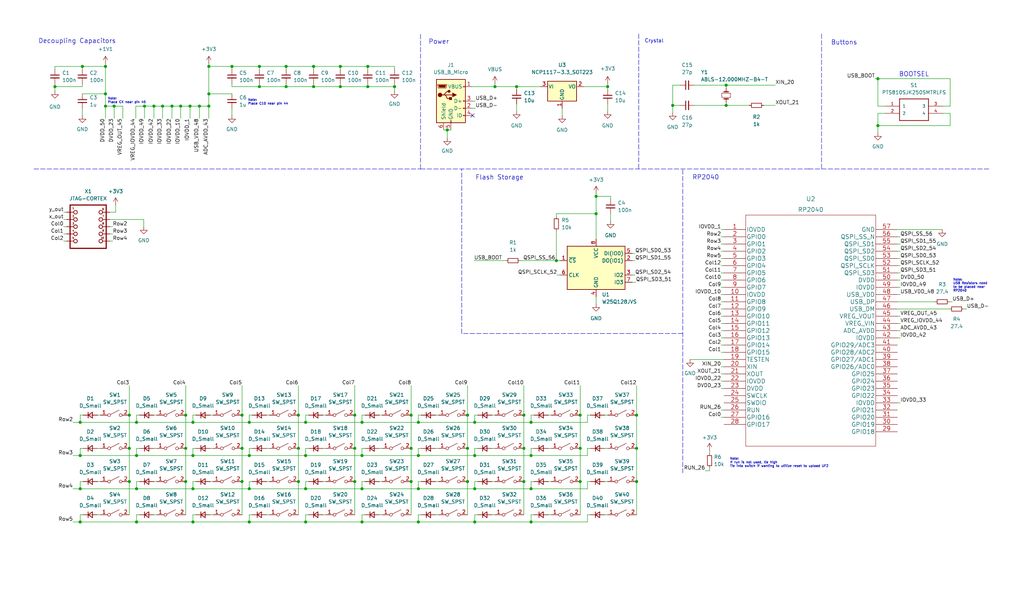
<source format=kicad_sch>
(kicad_sch (version 20211123) (generator eeschema)
  (paper "User" 359.994 210.007)
  (title_block (title "PSU EE 403-Calculator"))
  (junction (at 107.442 148.59))
  (junction (at 157.226 45.72))
  (junction (at 138.684 30.48))
  (junction (at 87.63 183.642))
  (junction (at 236.474 37.084))
  (junction (at 104.902 146.05))
  (junction (at 223.774 146.05))
  (junction (at 186.69 183.642))
  (junction (at 73.406 33.02))
  (junction (at 119.634 30.48))
  (junction (at 85.09 157.734))
  (junction (at 173.99 30.48))
  (junction (at 147.066 171.958))
  (junction (at 87.63 160.274))
  (junction (at 37.084 37.338))
  (junction (at 164.338 146.05))
  (junction (at 195.58 91.694))
  (junction (at 166.878 160.274))
  (junction (at 91.186 23.368))
  (junction (at 60.452 37.338))
  (junction (at 144.526 169.418))
  (junction (at 107.442 160.274))
  (junction (at 107.442 183.642))
  (junction (at 127.254 160.274))
  (junction (at 181.61 30.48))
  (junction (at 127.254 171.958))
  (junction (at 166.878 148.59))
  (junction (at 209.55 75.184))
  (junction (at 308.61 44.196))
  (junction (at 67.818 171.958))
  (junction (at 104.902 169.418))
  (junction (at 104.902 157.734))
  (junction (at 127.254 183.642))
  (junction (at 308.61 27.686))
  (junction (at 28.194 171.958))
  (junction (at 166.878 183.642))
  (junction (at 223.774 169.418))
  (junction (at 19.304 30.48))
  (junction (at 124.714 169.418))
  (junction (at 70.104 37.338))
  (junction (at 124.714 157.734))
  (junction (at 255.27 37.084))
  (junction (at 67.818 148.59))
  (junction (at 28.194 160.274))
  (junction (at 65.278 157.734))
  (junction (at 81.534 23.368))
  (junction (at 147.066 160.274))
  (junction (at 37.084 33.02))
  (junction (at 45.466 146.05))
  (junction (at 100.584 23.368))
  (junction (at 67.818 183.642))
  (junction (at 147.066 148.59))
  (junction (at 28.194 148.59))
  (junction (at 48.006 148.59))
  (junction (at 85.09 169.418))
  (junction (at 45.466 157.734))
  (junction (at 107.442 171.958))
  (junction (at 184.15 146.05))
  (junction (at 73.406 23.368))
  (junction (at 65.278 146.05))
  (junction (at 209.55 69.088))
  (junction (at 203.962 146.05))
  (junction (at 28.956 23.368))
  (junction (at 48.006 171.958))
  (junction (at 166.878 171.958))
  (junction (at 65.278 169.418))
  (junction (at 164.338 169.418))
  (junction (at 129.286 30.48))
  (junction (at 66.802 37.338))
  (junction (at 91.186 30.48))
  (junction (at 28.194 183.642))
  (junction (at 203.962 169.418))
  (junction (at 223.774 157.734))
  (junction (at 144.526 157.734))
  (junction (at 37.084 23.368))
  (junction (at 147.066 183.642))
  (junction (at 213.614 30.48))
  (junction (at 87.63 148.59))
  (junction (at 63.5 37.338))
  (junction (at 45.466 169.418))
  (junction (at 110.236 23.368))
  (junction (at 164.338 157.734))
  (junction (at 87.63 171.958))
  (junction (at 73.406 37.338))
  (junction (at 100.584 30.48))
  (junction (at 184.15 169.418))
  (junction (at 144.526 146.05))
  (junction (at 119.634 23.368))
  (junction (at 40.132 37.338))
  (junction (at 127.254 148.59))
  (junction (at 124.714 146.05))
  (junction (at 186.69 171.958))
  (junction (at 110.236 30.48))
  (junction (at 186.69 148.59))
  (junction (at 255.27 29.972))
  (junction (at 129.286 23.368))
  (junction (at 48.006 160.274))
  (junction (at 48.006 183.642))
  (junction (at 203.962 157.734))
  (junction (at 184.15 157.734))
  (junction (at 57.15 37.338))
  (junction (at 50.8 37.338))
  (junction (at 54.102 37.338))
  (junction (at 85.09 146.05))
  (junction (at 186.69 160.274))
  (junction (at 67.818 160.274))
  (no_connect (at 166.116 40.64))
  (wire (pts (xy 28.194 183.642) (xy 48.006 183.642)))
  (wire (pts (xy 28.956 29.464) (xy 28.956 30.48)))
  (wire (pts (xy 87.63 183.642) (xy 107.442 183.642)))
  (wire (pts (xy 338.836 108.712) (xy 339.852 108.712)))
  (wire (pts (xy 81.534 33.02) (xy 73.406 33.02)))
  (wire (pts (xy 147.066 171.958) (xy 166.878 171.958)))
  (wire (pts (xy 223.774 157.734) (xy 223.774 169.418)))
  (wire (pts (xy 93.726 146.05) (xy 94.742 146.05)))
  (wire (pts (xy 128.27 146.05) (xy 127.254 146.05)))
  (wire (pts (xy 40.132 37.338) (xy 37.084 37.338)))
  (wire (pts (xy 73.914 157.734) (xy 74.93 157.734)))
  (wire (pts (xy 253.492 129.032) (xy 254.508 129.032)))
  (wire (pts (xy 307.594 27.686) (xy 308.61 27.686)))
  (wire (pts (xy 308.61 37.338) (xy 311.15 37.338)))
  (wire (pts (xy 63.5 37.338) (xy 63.5 41.656)))
  (wire (pts (xy 184.15 169.418) (xy 184.15 181.102)))
  (wire (pts (xy 203.962 181.102) (xy 203.962 169.418)))
  (wire (pts (xy 91.186 30.48) (xy 100.584 30.48)))
  (wire (pts (xy 315.468 141.732) (xy 316.484 141.732)))
  (wire (pts (xy 148.082 169.418) (xy 147.066 169.418)))
  (wire (pts (xy 124.714 146.05) (xy 124.714 157.734)))
  (wire (pts (xy 128.27 169.418) (xy 127.254 169.418)))
  (wire (pts (xy 197.612 38.1) (xy 197.612 40.64)))
  (wire (pts (xy 128.27 157.734) (xy 127.254 157.734)))
  (wire (pts (xy 223.774 169.418) (xy 223.774 181.102)))
  (wire (pts (xy 54.102 157.734) (xy 55.118 157.734)))
  (wire (pts (xy 315.468 106.172) (xy 328.676 106.172)))
  (wire (pts (xy 209.55 69.088) (xy 214.63 69.088)))
  (wire (pts (xy 138.684 30.48) (xy 138.684 32.004)))
  (wire (pts (xy 186.69 169.418) (xy 186.69 171.958)))
  (wire (pts (xy 223.774 146.05) (xy 223.774 157.734)))
  (polyline (pts (xy 162.306 117.348) (xy 162.306 59.436)))
  (wire (pts (xy 195.58 81.28) (xy 195.58 91.694)))
  (wire (pts (xy 242.57 126.492) (xy 254.508 126.492)))
  (wire (pts (xy 308.61 27.686) (xy 308.61 37.338)))
  (wire (pts (xy 65.278 157.734) (xy 65.278 146.05)))
  (wire (pts (xy 73.406 23.368) (xy 73.406 33.02)))
  (wire (pts (xy 100.584 23.368) (xy 100.584 24.384)))
  (wire (pts (xy 253.492 90.932) (xy 254.508 90.932)))
  (wire (pts (xy 70.104 37.338) (xy 70.104 41.656)))
  (wire (pts (xy 66.802 37.338) (xy 63.5 37.338)))
  (wire (pts (xy 107.442 181.102) (xy 107.442 183.642)))
  (wire (pts (xy 172.974 146.05) (xy 173.99 146.05)))
  (wire (pts (xy 315.468 85.852) (xy 316.484 85.852)))
  (wire (pts (xy 203.962 157.734) (xy 203.962 146.05)))
  (wire (pts (xy 166.116 38.1) (xy 167.132 38.1)))
  (wire (pts (xy 153.162 146.05) (xy 154.178 146.05)))
  (wire (pts (xy 212.598 169.418) (xy 213.614 169.418)))
  (wire (pts (xy 166.878 171.958) (xy 186.69 171.958)))
  (wire (pts (xy 22.352 77.216) (xy 23.368 77.216)))
  (wire (pts (xy 113.538 146.05) (xy 114.554 146.05)))
  (wire (pts (xy 166.878 160.274) (xy 186.69 160.274)))
  (wire (pts (xy 315.468 103.632) (xy 316.484 103.632)))
  (wire (pts (xy 40.132 37.338) (xy 40.132 41.656)))
  (wire (pts (xy 147.066 181.102) (xy 147.066 183.642)))
  (wire (pts (xy 206.502 157.734) (xy 206.502 160.274)))
  (wire (pts (xy 81.534 30.48) (xy 91.186 30.48)))
  (wire (pts (xy 67.818 146.05) (xy 67.818 148.59)))
  (wire (pts (xy 236.474 37.084) (xy 236.474 39.624)))
  (wire (pts (xy 48.006 169.418) (xy 48.006 171.958)))
  (wire (pts (xy 148.082 181.102) (xy 147.066 181.102)))
  (polyline (pts (xy 224.536 11.938) (xy 224.536 59.436)))
  (wire (pts (xy 28.194 146.05) (xy 28.194 148.59)))
  (wire (pts (xy 29.21 181.102) (xy 28.194 181.102)))
  (wire (pts (xy 48.006 160.274) (xy 67.818 160.274)))
  (wire (pts (xy 244.094 37.084) (xy 255.27 37.084)))
  (wire (pts (xy 203.962 169.418) (xy 203.962 157.734)))
  (wire (pts (xy 253.492 146.812) (xy 254.508 146.812)))
  (wire (pts (xy 315.468 101.092) (xy 316.484 101.092)))
  (wire (pts (xy 253.492 101.092) (xy 254.508 101.092)))
  (wire (pts (xy 253.492 113.792) (xy 254.508 113.792)))
  (wire (pts (xy 236.474 29.972) (xy 236.474 37.084)))
  (wire (pts (xy 334.01 37.338) (xy 334.01 27.686)))
  (wire (pts (xy 54.102 37.338) (xy 50.8 37.338)))
  (wire (pts (xy 127.254 160.274) (xy 147.066 160.274)))
  (wire (pts (xy 333.756 106.172) (xy 334.772 106.172)))
  (wire (pts (xy 73.914 169.418) (xy 74.93 169.418)))
  (wire (pts (xy 147.066 160.274) (xy 166.878 160.274)))
  (wire (pts (xy 209.55 104.394) (xy 209.55 106.934)))
  (wire (pts (xy 315.468 111.252) (xy 316.484 111.252)))
  (wire (pts (xy 127.254 169.418) (xy 127.254 171.958)))
  (wire (pts (xy 67.818 171.958) (xy 87.63 171.958)))
  (wire (pts (xy 222.25 91.694) (xy 223.266 91.694)))
  (wire (pts (xy 181.61 30.48) (xy 189.992 30.48)))
  (wire (pts (xy 192.786 169.418) (xy 193.802 169.418)))
  (wire (pts (xy 186.69 146.05) (xy 186.69 148.59)))
  (wire (pts (xy 37.084 22.352) (xy 37.084 23.368)))
  (wire (pts (xy 182.88 91.694) (xy 195.58 91.694)))
  (wire (pts (xy 186.69 148.59) (xy 206.502 148.59)))
  (wire (pts (xy 255.27 29.972) (xy 272.542 29.972)))
  (wire (pts (xy 49.022 157.734) (xy 48.006 157.734)))
  (wire (pts (xy 93.726 169.418) (xy 94.742 169.418)))
  (polyline (pts (xy 240.03 59.69) (xy 240.03 166.37)))
  (wire (pts (xy 22.352 74.676) (xy 23.368 74.676)))
  (wire (pts (xy 67.818 183.642) (xy 87.63 183.642)))
  (wire (pts (xy 85.09 157.734) (xy 85.09 169.418)))
  (wire (pts (xy 43.18 37.338) (xy 40.132 37.338)))
  (wire (pts (xy 29.21 169.418) (xy 28.194 169.418)))
  (wire (pts (xy 212.598 157.734) (xy 213.614 157.734)))
  (wire (pts (xy 73.406 37.338) (xy 70.104 37.338)))
  (wire (pts (xy 147.066 146.05) (xy 147.066 148.59)))
  (wire (pts (xy 164.338 135.636) (xy 164.338 146.05)))
  (wire (pts (xy 184.15 135.636) (xy 184.15 146.05)))
  (wire (pts (xy 334.01 39.878) (xy 334.01 44.196)))
  (wire (pts (xy 28.194 171.958) (xy 48.006 171.958)))
  (wire (pts (xy 104.902 146.05) (xy 104.902 157.734)))
  (wire (pts (xy 167.894 146.05) (xy 166.878 146.05)))
  (wire (pts (xy 37.084 37.338) (xy 37.084 41.656)))
  (wire (pts (xy 255.27 37.084) (xy 263.398 37.084)))
  (wire (pts (xy 144.526 146.05) (xy 144.526 135.636)))
  (wire (pts (xy 138.684 23.368) (xy 138.684 24.384)))
  (wire (pts (xy 166.878 148.59) (xy 186.69 148.59)))
  (wire (pts (xy 207.518 157.734) (xy 206.502 157.734)))
  (wire (pts (xy 28.956 23.368) (xy 37.084 23.368)))
  (wire (pts (xy 28.956 33.02) (xy 37.084 33.02)))
  (wire (pts (xy 331.47 37.338) (xy 334.01 37.338)))
  (wire (pts (xy 107.442 146.05) (xy 107.442 148.59)))
  (wire (pts (xy 22.352 84.836) (xy 23.368 84.836)))
  (wire (pts (xy 65.278 181.102) (xy 65.278 169.418)))
  (wire (pts (xy 22.352 82.296) (xy 23.368 82.296)))
  (wire (pts (xy 93.726 157.734) (xy 94.742 157.734)))
  (wire (pts (xy 147.066 169.418) (xy 147.066 171.958)))
  (wire (pts (xy 167.894 169.418) (xy 166.878 169.418)))
  (wire (pts (xy 38.608 79.756) (xy 39.624 79.756)))
  (wire (pts (xy 67.818 181.102) (xy 67.818 183.642)))
  (wire (pts (xy 48.006 146.05) (xy 48.006 148.59)))
  (wire (pts (xy 104.902 135.636) (xy 104.902 146.05)))
  (wire (pts (xy 73.406 33.02) (xy 73.406 37.338)))
  (wire (pts (xy 81.534 23.368) (xy 91.186 23.368)))
  (wire (pts (xy 331.47 39.878) (xy 334.01 39.878)))
  (wire (pts (xy 87.63 157.734) (xy 87.63 160.274)))
  (wire (pts (xy 315.468 96.012) (xy 316.484 96.012)))
  (wire (pts (xy 187.706 181.102) (xy 186.69 181.102)))
  (wire (pts (xy 45.466 157.734) (xy 45.466 169.418)))
  (wire (pts (xy 108.458 181.102) (xy 107.442 181.102)))
  (wire (pts (xy 107.442 183.642) (xy 127.254 183.642)))
  (wire (pts (xy 54.102 181.102) (xy 55.118 181.102)))
  (wire (pts (xy 173.99 30.48) (xy 181.61 30.48)))
  (wire (pts (xy 127.254 171.958) (xy 147.066 171.958)))
  (wire (pts (xy 107.442 171.958) (xy 127.254 171.958)))
  (wire (pts (xy 166.878 146.05) (xy 166.878 148.59)))
  (wire (pts (xy 315.468 118.872) (xy 316.484 118.872)))
  (wire (pts (xy 57.15 37.338) (xy 54.102 37.338)))
  (wire (pts (xy 28.194 181.102) (xy 28.194 183.642)))
  (wire (pts (xy 19.304 23.368) (xy 28.956 23.368)))
  (wire (pts (xy 315.468 80.772) (xy 331.216 80.772)))
  (wire (pts (xy 253.492 131.572) (xy 254.508 131.572)))
  (wire (pts (xy 49.022 169.418) (xy 48.006 169.418)))
  (wire (pts (xy 166.624 91.694) (xy 177.8 91.694)))
  (wire (pts (xy 253.492 80.772) (xy 254.508 80.772)))
  (wire (pts (xy 253.492 83.312) (xy 254.508 83.312)))
  (wire (pts (xy 119.634 23.368) (xy 119.634 24.384)))
  (wire (pts (xy 213.614 30.48) (xy 213.614 31.496)))
  (wire (pts (xy 212.598 181.102) (xy 213.614 181.102)))
  (wire (pts (xy 88.646 157.734) (xy 87.63 157.734)))
  (wire (pts (xy 334.01 44.196) (xy 308.61 44.196)))
  (wire (pts (xy 253.492 121.412) (xy 254.508 121.412)))
  (wire (pts (xy 73.406 37.338) (xy 73.406 41.656)))
  (wire (pts (xy 25.654 160.274) (xy 28.194 160.274)))
  (polyline (pts (xy 147.828 59.436) (xy 284.988 59.436)))
  (polyline (pts (xy 240.03 117.348) (xy 162.306 117.348)))
  (wire (pts (xy 239.014 29.972) (xy 236.474 29.972)))
  (wire (pts (xy 70.104 37.338) (xy 66.802 37.338)))
  (polyline (pts (xy 147.828 59.436) (xy 147.828 11.938)))
  (wire (pts (xy 144.526 157.734) (xy 144.526 146.05)))
  (wire (pts (xy 45.466 135.636) (xy 45.466 146.05)))
  (wire (pts (xy 209.55 75.184) (xy 209.55 84.074)))
  (wire (pts (xy 48.006 157.734) (xy 48.006 160.274)))
  (wire (pts (xy 186.69 160.274) (xy 206.502 160.274)))
  (wire (pts (xy 213.614 36.576) (xy 213.614 39.116)))
  (wire (pts (xy 68.834 157.734) (xy 67.818 157.734)))
  (wire (pts (xy 110.236 23.368) (xy 110.236 24.384)))
  (wire (pts (xy 25.654 171.958) (xy 28.194 171.958)))
  (wire (pts (xy 127.254 183.642) (xy 147.066 183.642)))
  (wire (pts (xy 104.902 169.418) (xy 104.902 181.102)))
  (wire (pts (xy 45.466 169.418) (xy 45.466 181.102)))
  (wire (pts (xy 100.584 23.368) (xy 110.236 23.368)))
  (wire (pts (xy 81.534 29.464) (xy 81.534 30.48)))
  (wire (pts (xy 133.35 181.102) (xy 134.366 181.102)))
  (wire (pts (xy 315.468 113.792) (xy 316.484 113.792)))
  (wire (pts (xy 195.834 96.774) (xy 196.85 96.774)))
  (wire (pts (xy 236.474 37.084) (xy 239.014 37.084)))
  (wire (pts (xy 315.468 90.932) (xy 316.484 90.932)))
  (wire (pts (xy 129.286 30.48) (xy 138.684 30.48)))
  (wire (pts (xy 129.286 29.464) (xy 129.286 30.48)))
  (wire (pts (xy 73.406 22.352) (xy 73.406 23.368)))
  (wire (pts (xy 148.082 157.734) (xy 147.066 157.734)))
  (wire (pts (xy 133.35 146.05) (xy 134.366 146.05)))
  (wire (pts (xy 110.236 29.464) (xy 110.236 30.48)))
  (wire (pts (xy 253.492 134.112) (xy 254.508 134.112)))
  (wire (pts (xy 222.25 99.314) (xy 223.52 99.314)))
  (wire (pts (xy 63.5 37.338) (xy 60.452 37.338)))
  (wire (pts (xy 308.61 44.196) (xy 308.61 46.736)))
  (wire (pts (xy 186.69 181.102) (xy 186.69 183.642)))
  (wire (pts (xy 48.006 183.642) (xy 67.818 183.642)))
  (wire (pts (xy 144.526 169.418) (xy 144.526 157.734)))
  (wire (pts (xy 25.654 148.59) (xy 28.194 148.59)))
  (wire (pts (xy 164.338 146.05) (xy 164.338 157.734)))
  (wire (pts (xy 67.818 160.274) (xy 87.63 160.274)))
  (wire (pts (xy 65.278 169.418) (xy 65.278 157.734)))
  (wire (pts (xy 108.458 146.05) (xy 107.442 146.05)))
  (wire (pts (xy 192.786 146.05) (xy 193.802 146.05)))
  (wire (pts (xy 60.452 37.338) (xy 60.452 41.656)))
  (wire (pts (xy 108.458 157.734) (xy 107.442 157.734)))
  (wire (pts (xy 253.492 85.852) (xy 254.508 85.852)))
  (wire (pts (xy 253.492 98.552) (xy 254.508 98.552)))
  (wire (pts (xy 57.15 37.338) (xy 57.15 41.656)))
  (wire (pts (xy 206.502 169.418) (xy 206.502 171.958)))
  (wire (pts (xy 166.116 35.56) (xy 167.132 35.56)))
  (wire (pts (xy 181.61 36.576) (xy 181.61 39.116)))
  (wire (pts (xy 87.63 160.274) (xy 107.442 160.274)))
  (wire (pts (xy 49.022 181.102) (xy 48.006 181.102)))
  (wire (pts (xy 253.492 108.712) (xy 254.508 108.712)))
  (wire (pts (xy 87.63 146.05) (xy 87.63 148.59)))
  (wire (pts (xy 192.786 157.734) (xy 193.802 157.734)))
  (wire (pts (xy 133.35 157.734) (xy 134.366 157.734)))
  (wire (pts (xy 29.21 146.05) (xy 28.194 146.05)))
  (wire (pts (xy 164.338 169.418) (xy 164.338 181.102)))
  (wire (pts (xy 255.27 29.972) (xy 255.27 30.988)))
  (wire (pts (xy 186.69 171.958) (xy 206.502 171.958)))
  (wire (pts (xy 147.066 183.642) (xy 166.878 183.642)))
  (wire (pts (xy 214.63 69.088) (xy 214.63 70.104)))
  (wire (pts (xy 255.27 36.068) (xy 255.27 37.084)))
  (wire (pts (xy 315.468 83.312) (xy 316.484 83.312)))
  (wire (pts (xy 128.27 181.102) (xy 127.254 181.102)))
  (wire (pts (xy 34.29 157.734) (xy 35.306 157.734)))
  (wire (pts (xy 166.878 157.734) (xy 166.878 160.274)))
  (wire (pts (xy 49.022 146.05) (xy 48.006 146.05)))
  (wire (pts (xy 34.29 146.05) (xy 35.306 146.05)))
  (wire (pts (xy 66.802 37.338) (xy 66.802 41.656)))
  (wire (pts (xy 22.352 79.756) (xy 23.368 79.756)))
  (wire (pts (xy 19.304 23.368) (xy 19.304 24.384)))
  (wire (pts (xy 45.466 146.05) (xy 45.466 157.734)))
  (wire (pts (xy 213.614 29.464) (xy 213.614 30.48)))
  (wire (pts (xy 38.608 74.676) (xy 40.64 74.676)))
  (wire (pts (xy 253.492 88.392) (xy 254.508 88.392)))
  (wire (pts (xy 222.25 96.774) (xy 223.266 96.774)))
  (wire (pts (xy 127.254 181.102) (xy 127.254 183.642)))
  (wire (pts (xy 203.962 146.05) (xy 203.962 135.636)))
  (wire (pts (xy 119.634 23.368) (xy 129.286 23.368)))
  (wire (pts (xy 207.518 146.05) (xy 206.502 146.05)))
  (wire (pts (xy 87.63 148.59) (xy 107.442 148.59)))
  (wire (pts (xy 184.15 146.05) (xy 184.15 157.734)))
  (wire (pts (xy 207.518 169.418) (xy 206.502 169.418)))
  (wire (pts (xy 81.534 38.1) (xy 81.534 40.64)))
  (wire (pts (xy 85.09 169.418) (xy 85.09 181.102)))
  (wire (pts (xy 108.458 169.418) (xy 107.442 169.418)))
  (wire (pts (xy 124.714 135.636) (xy 124.714 146.05)))
  (wire (pts (xy 87.63 169.418) (xy 87.63 171.958)))
  (wire (pts (xy 249.428 158.496) (xy 249.428 159.512)))
  (wire (pts (xy 119.634 30.48) (xy 129.286 30.48)))
  (wire (pts (xy 209.55 69.088) (xy 209.55 75.184)))
  (wire (pts (xy 47.752 37.338) (xy 47.752 41.656)))
  (wire (pts (xy 334.01 27.686) (xy 308.61 27.686)))
  (wire (pts (xy 153.162 157.734) (xy 154.178 157.734)))
  (wire (pts (xy 129.286 23.368) (xy 138.684 23.368)))
  (wire (pts (xy 73.914 146.05) (xy 74.93 146.05)))
  (wire (pts (xy 253.492 103.632) (xy 254.508 103.632)))
  (wire (pts (xy 315.468 93.472) (xy 316.484 93.472)))
  (wire (pts (xy 50.8 37.338) (xy 47.752 37.338)))
  (wire (pts (xy 173.99 29.464) (xy 173.99 30.48)))
  (wire (pts (xy 28.194 148.59) (xy 48.006 148.59)))
  (wire (pts (xy 315.468 88.392) (xy 316.484 88.392)))
  (wire (pts (xy 166.116 30.48) (xy 173.99 30.48)))
  (wire (pts (xy 38.608 84.836) (xy 39.624 84.836)))
  (wire (pts (xy 253.492 106.172) (xy 254.508 106.172)))
  (wire (pts (xy 48.006 171.958) (xy 67.818 171.958)))
  (wire (pts (xy 158.496 45.72) (xy 157.226 45.72)))
  (wire (pts (xy 104.902 157.734) (xy 104.902 169.418)))
  (wire (pts (xy 153.162 169.418) (xy 154.178 169.418)))
  (wire (pts (xy 73.914 181.102) (xy 74.93 181.102)))
  (wire (pts (xy 133.35 169.418) (xy 134.366 169.418)))
  (wire (pts (xy 153.162 181.102) (xy 154.178 181.102)))
  (wire (pts (xy 34.29 169.418) (xy 35.306 169.418)))
  (wire (pts (xy 186.69 157.734) (xy 186.69 160.274)))
  (wire (pts (xy 147.066 148.59) (xy 166.878 148.59)))
  (wire (pts (xy 73.406 23.368) (xy 81.534 23.368)))
  (wire (pts (xy 100.584 29.464) (xy 100.584 30.48)))
  (wire (pts (xy 68.834 181.102) (xy 67.818 181.102)))
  (wire (pts (xy 167.894 157.734) (xy 166.878 157.734)))
  (wire (pts (xy 147.066 157.734) (xy 147.066 160.274)))
  (wire (pts (xy 91.186 23.368) (xy 100.584 23.368)))
  (wire (pts (xy 187.706 169.418) (xy 186.69 169.418)))
  (wire (pts (xy 124.714 157.734) (xy 124.714 169.418)))
  (wire (pts (xy 206.502 146.05) (xy 206.502 148.59)))
  (wire (pts (xy 253.492 116.332) (xy 254.508 116.332)))
  (wire (pts (xy 155.956 45.72) (xy 157.226 45.72)))
  (wire (pts (xy 110.236 23.368) (xy 119.634 23.368)))
  (wire (pts (xy 172.974 157.734) (xy 173.99 157.734)))
  (wire (pts (xy 244.094 29.972) (xy 255.27 29.972)))
  (wire (pts (xy 315.468 98.552) (xy 316.484 98.552)))
  (wire (pts (xy 38.608 77.216) (xy 50.546 77.216)))
  (wire (pts (xy 315.468 108.712) (xy 333.756 108.712)))
  (wire (pts (xy 28.956 23.368) (xy 28.956 24.384)))
  (wire (pts (xy 113.538 169.418) (xy 114.554 169.418)))
  (wire (pts (xy 54.102 169.418) (xy 55.118 169.418)))
  (wire (pts (xy 253.492 144.272) (xy 254.508 144.272)))
  (wire (pts (xy 28.956 38.1) (xy 28.956 40.64)))
  (polyline (pts (xy 11.938 59.436) (xy 147.828 59.436)))
  (wire (pts (xy 37.084 23.368) (xy 37.084 33.02)))
  (wire (pts (xy 157.226 45.72) (xy 157.226 48.514)))
  (wire (pts (xy 209.55 68.072) (xy 209.55 69.088)))
  (wire (pts (xy 67.818 148.59) (xy 87.63 148.59)))
  (wire (pts (xy 127.254 146.05) (xy 127.254 148.59)))
  (wire (pts (xy 166.878 183.642) (xy 186.69 183.642)))
  (wire (pts (xy 85.09 135.636) (xy 85.09 146.05)))
  (wire (pts (xy 113.538 181.102) (xy 114.554 181.102)))
  (wire (pts (xy 88.646 169.418) (xy 87.63 169.418)))
  (wire (pts (xy 207.518 181.102) (xy 206.502 181.102)))
  (wire (pts (xy 28.194 160.274) (xy 48.006 160.274)))
  (wire (pts (xy 25.654 183.642) (xy 28.194 183.642)))
  (wire (pts (xy 164.338 157.734) (xy 164.338 169.418)))
  (wire (pts (xy 223.774 135.636) (xy 223.774 146.05)))
  (wire (pts (xy 268.478 37.084) (xy 272.542 37.084)))
  (wire (pts (xy 181.61 30.48) (xy 181.61 31.496)))
  (wire (pts (xy 91.186 23.368) (xy 91.186 24.384)))
  (wire (pts (xy 43.18 41.656) (xy 43.18 37.338)))
  (wire (pts (xy 166.878 169.418) (xy 166.878 171.958)))
  (wire (pts (xy 107.442 160.274) (xy 127.254 160.274)))
  (wire (pts (xy 214.63 75.184) (xy 214.63 77.724)))
  (wire (pts (xy 222.25 89.154) (xy 223.266 89.154)))
  (wire (pts (xy 249.428 164.592) (xy 249.428 165.608)))
  (wire (pts (xy 148.082 146.05) (xy 147.066 146.05)))
  (wire (pts (xy 172.974 169.418) (xy 173.99 169.418)))
  (wire (pts (xy 129.286 23.368) (xy 129.286 24.384)))
  (wire (pts (xy 315.468 116.332) (xy 316.484 116.332)))
  (wire (pts (xy 187.706 157.734) (xy 186.69 157.734)))
  (wire (pts (xy 48.006 148.59) (xy 67.818 148.59)))
  (wire (pts (xy 28.194 169.418) (xy 28.194 171.958)))
  (wire (pts (xy 247.904 165.608) (xy 249.428 165.608)))
  (wire (pts (xy 107.442 148.59) (xy 127.254 148.59)))
  (wire (pts (xy 172.974 181.102) (xy 173.99 181.102)))
  (wire (pts (xy 19.304 29.464) (xy 19.304 30.48)))
  (wire (pts (xy 81.534 23.368) (xy 81.534 24.384)))
  (wire (pts (xy 187.706 146.05) (xy 186.69 146.05)))
  (polyline (pts (xy 288.798 11.938) (xy 288.798 59.436)))
  (wire (pts (xy 38.608 82.296) (xy 39.624 82.296)))
  (wire (pts (xy 100.584 30.48) (xy 110.236 30.48)))
  (wire (pts (xy 67.818 169.418) (xy 67.818 171.958)))
  (wire (pts (xy 29.21 157.734) (xy 28.194 157.734)))
  (wire (pts (xy 28.956 30.48) (xy 19.304 30.48)))
  (wire (pts (xy 195.58 76.2) (xy 195.58 75.184)))
  (wire (pts (xy 37.084 33.02) (xy 37.084 37.338)))
  (wire (pts (xy 107.442 169.418) (xy 107.442 171.958)))
  (wire (pts (xy 87.63 181.102) (xy 87.63 183.642)))
  (wire (pts (xy 65.278 146.05) (xy 65.278 135.636)))
  (wire (pts (xy 253.492 136.652) (xy 254.508 136.652)))
  (wire (pts (xy 127.254 157.734) (xy 127.254 160.274)))
  (wire (pts (xy 253.492 111.252) (xy 254.508 111.252)))
  (wire (pts (xy 308.61 39.878) (xy 308.61 44.196)))
  (wire (pts (xy 212.598 146.05) (xy 213.614 146.05)))
  (wire (pts (xy 93.726 181.102) (xy 94.742 181.102)))
  (wire (pts (xy 50.8 37.338) (xy 50.8 41.656)))
  (wire (pts (xy 28.194 157.734) (xy 28.194 160.274)))
  (wire (pts (xy 253.492 123.952) (xy 254.508 123.952)))
  (wire (pts (xy 68.834 146.05) (xy 67.818 146.05)))
  (wire (pts (xy 50.546 77.216) (xy 50.546 79.756)))
  (wire (pts (xy 54.102 146.05) (xy 55.118 146.05)))
  (wire (pts (xy 308.61 39.878) (xy 311.15 39.878)))
  (wire (pts (xy 48.006 181.102) (xy 48.006 183.642)))
  (wire (pts (xy 253.492 118.872) (xy 254.508 118.872)))
  (wire (pts (xy 91.186 29.464) (xy 91.186 30.48)))
  (wire (pts (xy 186.69 183.642) (xy 206.502 183.642)))
  (wire (pts (xy 40.64 72.136) (xy 40.64 74.676)))
  (wire (pts (xy 119.634 29.464) (xy 119.634 30.48)))
  (wire (pts (xy 206.502 181.102) (xy 206.502 183.642)))
  (wire (pts (xy 34.29 181.102) (xy 35.306 181.102)))
  (wire (pts (xy 67.818 157.734) (xy 67.818 160.274)))
  (wire (pts (xy 138.684 30.48) (xy 138.684 29.464)))
  (wire (pts (xy 253.492 96.012) (xy 254.508 96.012)))
  (wire (pts (xy 87.63 171.958) (xy 107.442 171.958)))
  (wire (pts (xy 88.646 181.102) (xy 87.63 181.102)))
  (wire (pts (xy 166.878 181.102) (xy 166.878 183.642)))
  (wire (pts (xy 88.646 146.05) (xy 87.63 146.05)))
  (wire (pts (xy 253.492 93.472) (xy 254.508 93.472)))
  (wire (pts (xy 85.09 146.05) (xy 85.09 157.734)))
  (wire (pts (xy 144.526 181.102) (xy 144.526 169.418)))
  (wire (pts (xy 195.58 75.184) (xy 209.55 75.184)))
  (polyline (pts (xy 284.226 59.436) (xy 347.98 59.436)))
  (wire (pts (xy 54.102 37.338) (xy 54.102 41.656)))
  (wire (pts (xy 110.236 30.48) (xy 119.634 30.48)))
  (wire (pts (xy 205.232 30.48) (xy 213.614 30.48)))
  (wire (pts (xy 127.254 148.59) (xy 147.066 148.59)))
  (wire (pts (xy 184.15 157.734) (xy 184.15 169.418)))
  (wire (pts (xy 19.304 30.48) (xy 19.304 32.004)))
  (wire (pts (xy 167.894 181.102) (xy 166.878 181.102)))
  (wire (pts (xy 68.834 169.418) (xy 67.818 169.418)))
  (wire (pts (xy 124.714 169.418) (xy 124.714 181.102)))
  (wire (pts (xy 195.58 91.694) (xy 196.85 91.694)))
  (wire (pts (xy 192.786 181.102) (xy 193.802 181.102)))
  (wire (pts (xy 60.452 37.338) (xy 57.15 37.338)))
  (wire (pts (xy 107.442 157.734) (xy 107.442 160.274)))
  (wire (pts (xy 113.538 157.734) (xy 114.554 157.734)))
  (text "Note:\nIf run is not used, tie high\nTie into switch if wanting to utilize reset to upload UF2\n" (at 256.54 164.592 0) (effects (font (size 0.8 0.8)) (justify left bottom)))
  (text "Crystal\n" (at 226.568 15.24 0) (effects (font (size 1.27 1.27)) (justify left bottom)))
  (text "Note:\nPlace C10 near pin 44" (at 87.122 37.084 0) (effects (font (size 0.8 0.8)) (justify left bottom)))
  (text "Note:\nPlace CX near pin 45" (at 37.846 36.576 0) (effects (font (size 0.8 0.8)) (justify left bottom)))
  (text "BOOTSEL" (at 315.976 27.178 0) (effects (font (size 1.6 1.6)) (justify left bottom)))
  (text "Buttons" (at 292.1 16.002 0) (effects (font (size 1.6 1.6)) (justify left bottom)))
  (text "Decoupling Capacitors\n" (at 13.462 15.494 0) (effects (font (size 1.6 1.6)) (justify left bottom)))
  (text "Power\n" (at 150.622 15.748 0) (effects (font (size 1.6 1.6)) (justify left bottom)))
  (text "Button List:\nFull QWERTY Keys (FINISHED)\nNUM Pad Keys    \nAddition\nSubtraction\nDivide \nMultiplication\nEquals\n\n" (at -70.612 24.13 0) (effects (font (size 2.6 2.6)) (justify left bottom)))
  (text "Flash Storage\n" (at 167.132 63.5 0) (effects (font (size 1.6 1.6)) (justify left bottom)))
  (text "Note:\nUSB Resistors need \nto be placed near \nRP2040\n" (at 335.026 102.87 0) (effects (font (size 0.8 0.8)) (justify left bottom)))
  (text "RP2040\n\n" (at 243.332 66.04 0) (effects (font (size 1.6 1.6)) (justify left bottom)))
  (label "IOVDD_49" (at 316.484 101.092 0))
  (label "Col3" (at 45.466 135.636 180))
  (label "y_out" (at 22.352 74.676 180))
  (label "Row4" (at 25.654 171.958 180))
  (label "IOVDD_42" (at 54.102 41.656 270))
  (label "QSPI_SS_56" (at 183.896 91.694 0))
  (label "Col9" (at 253.492 101.092 180))
  (label "Col12" (at 253.492 93.472 180))
  (label "Row4" (at 253.492 88.392 180))
  (label "Row5" (at 253.492 90.932 180))
  (label "Col10" (at 184.15 135.636 180))
  (label "Row2" (at 25.654 148.59 180))
  (label "IOVDD_22" (at 253.492 134.112 180))
  (label "Col4" (at 65.278 135.636 180))
  (label "QSPI_SS_56" (at 316.484 83.312 0))
  (label "Col6" (at 104.902 135.636 180))
  (label "USB_D+" (at 167.132 35.56 0))
  (label "Col8" (at 144.526 135.636 180))
  (label "QSPI_SD0_53" (at 223.266 89.154 0))
  (label "QSPI_SD2_54" (at 223.266 96.774 0))
  (label "RUN_26" (at 253.492 144.272 180))
  (label "Row3" (at 253.492 85.852 180))
  (label "QSPI_SD1_55" (at 223.266 91.694 0))
  (label "USB_D+" (at 334.772 106.172 0))
  (label "Col7" (at 124.714 135.636 180))
  (label "IOVDD_49" (at 50.8 41.656 270))
  (label "Col4" (at 253.492 116.332 180))
  (label "USB_D-" (at 167.132 38.1 0))
  (label "Col2" (at 22.352 84.836 180))
  (label "USB_BOOT" (at 166.624 91.694 0))
  (label "Col1" (at 253.492 123.952 180))
  (label "IOVDD_1" (at 253.492 80.772 180))
  (label "RUN_26" (at 247.904 165.608 180))
  (label "Col7" (at 253.492 108.712 180))
  (label "IOVDD_42" (at 316.484 118.872 0))
  (label "QSPI_SCLK_52" (at 316.484 93.472 0))
  (label "x_out" (at 22.352 77.216 180))
  (label "Col0" (at 253.492 146.812 180))
  (label "USB_BOOT" (at 307.594 27.686 180))
  (label "Col9" (at 164.338 135.636 180))
  (label "Col8" (at 253.492 106.172 180))
  (label "VREG_IOVDD_44" (at 316.484 113.792 0))
  (label "Col11" (at 203.962 135.636 180))
  (label "XIN_20" (at 272.542 29.972 0))
  (label "Col6" (at 253.492 111.252 180))
  (label "IOVDD_33" (at 57.15 41.656 270))
  (label "IOVDD_10" (at 63.5 41.656 270))
  (label "XOUT_21" (at 253.492 131.572 180))
  (label "Col2" (at 253.492 121.412 180))
  (label "Col3" (at 253.492 118.872 180))
  (label "Col0" (at 22.352 79.756 180))
  (label "XIN_20" (at 253.492 129.032 180))
  (label "DVDD_50" (at 316.484 98.552 0))
  (label "QSPI_SD1_55" (at 316.484 85.852 0))
  (label "Row3" (at 25.654 160.274 180))
  (label "ADC_AVDD_43" (at 73.406 41.656 270))
  (label "VREG_IOVDD_44" (at 47.752 41.656 270))
  (label "Col11" (at 253.492 96.012 180))
  (label "QSPI_SCLK_52" (at 195.834 96.774 180))
  (label "DVDD_23" (at 40.132 41.656 270))
  (label "IOVDD_22" (at 60.452 41.656 270))
  (label "QSPI_SD0_53" (at 316.484 90.932 0))
  (label "QSPI_SD3_51" (at 316.484 96.012 0))
  (label "DVDD_23" (at 253.492 136.652 180))
  (label "Row2" (at 253.492 83.312 180))
  (label "Row3" (at 39.624 82.296 0))
  (label "QSPI_SD2_54" (at 316.484 88.392 0))
  (label "IOVDD_1" (at 66.802 41.656 270))
  (label "Col10" (at 253.492 98.552 180))
  (label "Col12" (at 223.774 135.636 180))
  (label "QSPI_SD3_51" (at 223.52 99.314 0))
  (label "IOVDD_10" (at 253.492 103.632 180))
  (label "DVDD_50" (at 37.084 41.656 270))
  (label "Row5" (at 25.654 183.642 180))
  (label "USB_VDD_48" (at 70.104 41.656 270))
  (label "Col5" (at 85.09 135.636 180))
  (label "VREG_OUT_45" (at 43.18 41.656 270))
  (label "VREG_OUT_45" (at 316.484 111.252 0))
  (label "IOVDD_33" (at 316.484 141.732 0))
  (label "Col1" (at 22.352 82.296 180))
  (label "Col5" (at 253.492 113.792 180))
  (label "Row4" (at 39.624 84.836 0))
  (label "XOUT_21" (at 272.542 37.084 0))
  (label "Row2" (at 39.624 79.756 0))
  (label "USB_D-" (at 339.852 108.712 0))
  (label "ADC_AVDD_43" (at 316.484 116.332 0))
  (label "USB_VDD_48" (at 316.484 103.632 0))
  (symbol (lib_id "Device:D_Small") (at 51.562 157.734 0) (unit 1)
    (property "Reference" "D6" (at 51.562 151.892 0))
    (property "Value" "D_Small" (at 51.562 154.432 0))
    (property "Footprint" "Diode_SMD:D_SOD-123" (effects hide))
  )
  (symbol (lib_id "power:GND") (at 50.546 79.756 0) (unit 1)
    (property "Reference" "#PWR0121" (effects hide))
    (property "Value" "GND" (at 50.546 84.582 0))
  )
  (symbol (lib_id "power:GND") (at 236.474 39.624 0) (unit 1)
    (property "Reference" "#PWR0115" (effects hide))
    (property "Value" "GND" (at 236.474 44.704 0))
  )
  (symbol (lib_id "Switch:SW_SPST") (at 139.446 157.734 0) (unit 1)
    (property "Reference" "SW22" (at 139.446 150.622 0))
    (property "Value" "SW_SPST" (at 139.446 153.162 0))
    (property "Footprint" "KSA1M331LFT_Footprint:KSA1M331LFT" (effects hide))
  )
  (symbol (lib_id "Device:D_Small") (at 170.434 157.734 0) (unit 1)
    (property "Reference" "D30" (at 170.434 151.892 0))
    (property "Value" "D_Small" (at 170.434 154.432 0))
    (property "Footprint" "Diode_SMD:D_SOD-123" (effects hide))
  )
  (symbol (lib_id "Device:D_Small") (at 190.246 157.734 0) (unit 1)
    (property "Reference" "D34" (at 190.246 151.892 0))
    (property "Value" "D_Small" (at 190.246 154.432 0))
    (property "Footprint" "Diode_SMD:D_SOD-123" (effects hide))
  )
  (symbol (lib_id "Device:C_Small") (at 100.584 26.924 0) (unit 1)
    (property "Reference" "C8" (at 103.124 25.6602 0) (effects (justify left)))
    (property "Value" "100n" (at 103.124 28.2002 0) (effects (justify left)))
    (property "Footprint" "Capacitor_SMD:C_0402_1005Metric_Pad0.74x0.62mm_HandSolder" (effects hide))
  )
  (symbol (lib_id "Device:D_Small") (at 110.998 181.102 0) (unit 1)
    (property "Reference" "D20" (at 110.998 175.26 0))
    (property "Value" "D_Small" (at 110.998 177.8 0))
    (property "Footprint" "Diode_SMD:D_SOD-123" (effects hide))
  )
  (symbol (lib_id "Device:C_Small") (at 214.63 72.644 0) (unit 1)
    (property "Reference" "C4" (at 217.17 71.3802 0) (effects (justify left)))
    (property "Value" "100n" (at 217.17 73.9202 0) (effects (justify left)))
    (property "Footprint" "Capacitor_SMD:C_0402_1005Metric_Pad0.74x0.62mm_HandSolder" (effects hide))
  )
  (symbol (lib_id "power:GND") (at 209.55 106.934 0) (unit 1)
    (property "Reference" "#PWR0102" (effects hide))
    (property "Value" "GND" (at 209.55 112.014 0))
  )
  (symbol (lib_id "Device:D_Small") (at 150.622 157.734 0) (unit 1)
    (property "Reference" "D26" (at 150.622 151.892 0))
    (property "Value" "D_Small" (at 150.622 154.432 0))
    (property "Footprint" "Diode_SMD:D_SOD-123" (effects hide))
  )
  (symbol (lib_id "Device:D_Small") (at 71.374 157.734 0) (unit 1)
    (property "Reference" "D10" (at 71.374 151.892 0))
    (property "Value" "D_Small" (at 71.374 154.432 0))
    (property "Footprint" "Diode_SMD:D_SOD-123" (effects hide))
  )
  (symbol (lib_id "Device:C_Small") (at 181.61 34.036 0) (unit 1)
    (property "Reference" "C13" (at 184.15 32.7722 0) (effects (justify left)))
    (property "Value" "10u" (at 184.15 35.3122 0) (effects (justify left)))
    (property "Footprint" "Capacitor_SMD:C_0805_2012Metric_Pad1.18x1.45mm_HandSolder" (effects hide))
  )
  (symbol (lib_id "Device:D_Small") (at 110.998 157.734 0) (unit 1)
    (property "Reference" "D18" (at 110.998 151.892 0))
    (property "Value" "D_Small" (at 110.998 154.432 0))
    (property "Footprint" "Diode_SMD:D_SOD-123" (effects hide))
  )
  (symbol (lib_id "Switch:SW_SPST") (at 139.446 169.418 0) (unit 1)
    (property "Reference" "SW23" (at 139.446 162.306 0))
    (property "Value" "SW_SPST" (at 139.446 164.846 0))
    (property "Footprint" "KSA1M331LFT_Footprint:KSA1M331LFT" (effects hide))
  )
  (symbol (lib_id "Switch:SW_SPST") (at 119.634 181.102 0) (unit 1)
    (property "Reference" "SW20" (at 119.634 173.99 0))
    (property "Value" "SW_SPST" (at 119.634 176.53 0))
    (property "Footprint" "KSA1M331LFT_Footprint:KSA1M331LFT" (effects hide))
  )
  (symbol (lib_id "Device:C_Small") (at 19.304 26.924 0) (unit 1)
    (property "Reference" "C1" (at 21.844 25.6602 0) (effects (justify left)))
    (property "Value" "100n" (at 21.844 28.2002 0) (effects (justify left)))
    (property "Footprint" "Capacitor_SMD:C_0402_1005Metric_Pad0.74x0.62mm_HandSolder" (effects hide))
  )
  (symbol (lib_id "Memory_Flash:W25Q128JVS") (at 209.55 94.234 0) (unit 1)
    (property "Reference" "U1" (at 211.582 103.632 0) (effects (justify left)))
    (property "Value" "W25Q128JVS" (at 211.582 106.172 0) (effects (justify left)))
    (property "Footprint" "Package_SO:SOIC-8_5.23x5.23mm_P1.27mm" (effects hide))
    (property "Datasheet" "http://www.winbond.com/resource-files/w25q128jv_dtr%20revc%2003272018%20plus.pdf" (effects hide))
  )
  (symbol (lib_id "Device:R_Small") (at 180.34 91.694 90) (unit 1)
    (property "Reference" "R1" (at 180.34 85.344 90))
    (property "Value" "1k" (at 180.34 87.884 90))
    (property "Footprint" "Resistor_SMD:R_0402_1005Metric_Pad0.72x0.64mm_HandSolder" (effects hide))
  )
  (symbol (lib_id "Device:R_Small") (at 331.216 106.172 90) (unit 1)
    (property "Reference" "R3" (at 331.216 100.076 90))
    (property "Value" "27.4" (at 331.216 102.616 90))
    (property "Footprint" "Resistor_SMD:R_0402_1005Metric_Pad0.72x0.64mm_HandSolder" (effects hide))
  )
  (symbol (lib_id "Device:D_Small") (at 110.998 169.418 0) (unit 1)
    (property "Reference" "D19" (at 110.998 163.576 0))
    (property "Value" "D_Small" (at 110.998 166.116 0))
    (property "Footprint" "Diode_SMD:D_SOD-123" (effects hide))
  )
  (symbol (lib_id "Switch:SW_SPST") (at 218.694 146.05 0) (unit 1)
    (property "Reference" "SW37" (at 218.694 138.938 0))
    (property "Value" "SW_SPST" (at 218.694 141.478 0))
    (property "Footprint" "KSA1M331LFT_Footprint:KSA1M331LFT" (effects hide))
  )
  (symbol (lib_id "power:GND") (at 81.534 40.64 0) (unit 1)
    (property "Reference" "#PWR0109" (effects hide))
    (property "Value" "GND" (at 81.534 45.466 0))
  )
  (symbol (lib_id "Device:D_Small") (at 210.058 146.05 0) (unit 1)
    (property "Reference" "D37" (at 210.058 140.208 0))
    (property "Value" "D_Small" (at 210.058 142.748 0))
    (property "Footprint" "Diode_SMD:D_SOD-123" (effects hide))
  )
  (symbol (lib_id "power:GND") (at 19.304 32.004 0) (unit 1)
    (property "Reference" "#PWR0103" (effects hide))
    (property "Value" "GND" (at 19.304 37.592 0))
  )
  (symbol (lib_id "Device:C_Small") (at 119.634 26.924 0) (unit 1)
    (property "Reference" "C10" (at 122.174 25.6602 0) (effects (justify left)))
    (property "Value" "100n" (at 122.174 28.2002 0) (effects (justify left)))
    (property "Footprint" "Capacitor_SMD:C_0402_1005Metric_Pad0.74x0.62mm_HandSolder" (effects hide))
  )
  (symbol (lib_id "Switch:SW_SPST") (at 218.694 169.418 0) (unit 1)
    (property "Reference" "SW39" (at 218.694 162.306 0))
    (property "Value" "SW_SPST" (at 218.694 164.846 0))
    (property "Footprint" "KSA1M331LFT_Footprint:KSA1M331LFT" (effects hide))
  )
  (symbol (lib_id "Switch:SW_SPST") (at 159.258 146.05 0) (unit 1)
    (property "Reference" "SW25" (at 159.258 138.938 0))
    (property "Value" "SW_SPST" (at 159.258 141.478 0))
    (property "Footprint" "KSA1M331LFT_Footprint:KSA1M331LFT" (effects hide))
  )
  (symbol (lib_id "power:GND") (at 331.216 80.772 0) (unit 1)
    (property "Reference" "#PWR0108" (effects hide))
    (property "Value" "GND" (at 331.216 85.852 0))
  )
  (symbol (lib_id "power:GND") (at 214.63 77.724 0) (unit 1)
    (property "Reference" "#PWR0106" (effects hide))
    (property "Value" "GND" (at 214.63 82.804 0))
  )
  (symbol (lib_id "Device:D_Small") (at 170.434 169.418 0) (unit 1)
    (property "Reference" "D31" (at 170.434 163.576 0))
    (property "Value" "D_Small" (at 170.434 166.116 0))
    (property "Footprint" "Diode_SMD:D_SOD-123" (effects hide))
  )
  (symbol (lib_id "Device:Crystal_Small") (at 255.27 33.528 90) (unit 1)
    (property "Reference" "Y1" (at 246.38 25.4 90) (effects (justify right)))
    (property "Value" "ABLS-12.000MHZ-B4-T" (at 246.38 27.94 90) (effects (justify right)))
    (property "Footprint" "RP2040_minimal:Crystal_SMD_HC49-US" (effects hide))
  )
  (symbol (lib_id "power:+1V1") (at 37.084 22.352 0) (unit 1)
    (property "Reference" "#PWR0104" (effects hide))
    (property "Value" "+1V1" (at 37.084 17.272 0))
  )
  (symbol (lib_id "Switch:SW_SPST") (at 179.07 181.102 0) (unit 1)
    (property "Reference" "SW32" (at 179.07 173.99 0))
    (property "Value" "SW_SPST" (at 179.07 176.53 0))
    (property "Footprint" "KSA1M331LFT_Footprint:KSA1M331LFT" (effects hide))
  )
  (symbol (lib_id "Device:D_Small") (at 110.998 146.05 0) (unit 1)
    (property "Reference" "D17" (at 110.998 140.208 0))
    (property "Value" "D_Small" (at 110.998 142.748 0))
    (property "Footprint" "Diode_SMD:D_SOD-123" (effects hide))
  )
  (symbol (lib_id "Switch:SW_SPST") (at 159.258 157.734 0) (unit 1)
    (property "Reference" "SW26" (at 159.258 150.622 0))
    (property "Value" "SW_SPST" (at 159.258 153.162 0))
    (property "Footprint" "KSA1M331LFT_Footprint:KSA1M331LFT" (effects hide))
  )
  (symbol (lib_id "Switch:SW_SPST") (at 40.386 169.418 0) (unit 1)
    (property "Reference" "SW3" (at 40.386 162.306 0))
    (property "Value" "SW_SPST" (at 40.386 164.846 0))
    (property "Footprint" "KSA1M331LFT_Footprint:KSA1M331LFT" (effects hide))
  )
  (symbol (lib_id "Device:C_Small") (at 81.534 35.56 0) (unit 1)
    (property "Reference" "C6" (at 84.074 34.2962 0) (effects (justify left)))
    (property "Value" "1u" (at 84.074 36.8362 0) (effects (justify left)))
    (property "Footprint" "Capacitor_SMD:C_0402_1005Metric_Pad0.74x0.62mm_HandSolder" (effects hide))
  )
  (symbol (lib_id "Switch:SW_SPST") (at 40.386 181.102 0) (unit 1)
    (property "Reference" "SW4" (at 40.386 173.99 0))
    (property "Value" "SW_SPST" (at 40.386 176.53 0))
    (property "Footprint" "KSA1M331LFT_Footprint:KSA1M331LFT" (effects hide))
  )
  (symbol (lib_id "Switch:SW_SPST") (at 99.822 181.102 0) (unit 1)
    (property "Reference" "SW16" (at 99.822 173.99 0))
    (property "Value" "SW_SPST" (at 99.822 176.53 0))
    (property "Footprint" "KSA1M331LFT_Footprint:KSA1M331LFT" (effects hide))
  )
  (symbol (lib_id "Device:D_Small") (at 130.81 146.05 0) (unit 1)
    (property "Reference" "D21" (at 130.81 140.208 0))
    (property "Value" "D_Small" (at 130.81 142.748 0))
    (property "Footprint" "Diode_SMD:D_SOD-123" (effects hide))
  )
  (symbol (lib_id "power:+3V3") (at 40.64 72.136 0) (unit 1)
    (property "Reference" "#PWR0122" (effects hide))
    (property "Value" "+3V3" (at 40.64 67.31 0))
  )
  (symbol (lib_id "Switch:SW_SPST") (at 80.01 181.102 0) (unit 1)
    (property "Reference" "SW12" (at 80.01 173.99 0))
    (property "Value" "SW_SPST" (at 80.01 176.53 0))
    (property "Footprint" "KSA1M331LFT_Footprint:KSA1M331LFT" (effects hide))
  )
  (symbol (lib_id "Switch:SW_SPST") (at 99.822 146.05 0) (unit 1)
    (property "Reference" "SW13" (at 99.822 138.938 0))
    (property "Value" "SW_SPST" (at 99.822 141.478 0))
    (property "Footprint" "KSA1M331LFT_Footprint:KSA1M331LFT" (effects hide))
  )
  (symbol (lib_id "Switch:SW_SPST") (at 218.694 181.102 0) (unit 1)
    (property "Reference" "SW40" (at 218.694 173.99 0))
    (property "Value" "SW_SPST" (at 218.694 176.53 0))
    (property "Footprint" "KSA1M331LFT_Footprint:KSA1M331LFT" (effects hide))
  )
  (symbol (lib_id "power:GND") (at 308.61 46.736 0) (unit 1)
    (property "Reference" "#PWR0119" (effects hide))
    (property "Value" "GND" (at 308.61 51.562 0))
  )
  (symbol (lib_id "Switch:SW_SPST") (at 198.882 157.734 0) (unit 1)
    (property "Reference" "SW34" (at 198.882 150.622 0))
    (property "Value" "SW_SPST" (at 198.882 153.162 0))
    (property "Footprint" "KSA1M331LFT_Footprint:KSA1M331LFT" (effects hide))
  )
  (symbol (lib_id "Device:D_Small") (at 71.374 169.418 0) (unit 1)
    (property "Reference" "D11" (at 71.374 163.576 0))
    (property "Value" "D_Small" (at 71.374 166.116 0))
    (property "Footprint" "Diode_SMD:D_SOD-123" (effects hide))
  )
  (symbol (lib_id "Device:R_Small") (at 336.296 108.712 90) (unit 1)
    (property "Reference" "R4" (at 336.296 112.268 90))
    (property "Value" "27.4" (at 336.296 114.808 90))
    (property "Footprint" "Resistor_SMD:R_0402_1005Metric_Pad0.72x0.64mm_HandSolder" (effects hide))
  )
  (symbol (lib_id "Device:D_Small") (at 210.058 181.102 0) (unit 1)
    (property "Reference" "D40" (at 210.058 175.26 0))
    (property "Value" "D_Small" (at 210.058 177.8 0))
    (property "Footprint" "Diode_SMD:D_SOD-123" (effects hide))
  )
  (symbol (lib_id "Device:D_Small") (at 170.434 146.05 0) (unit 1)
    (property "Reference" "D29" (at 170.434 140.208 0))
    (property "Value" "D_Small" (at 170.434 142.748 0))
    (property "Footprint" "Diode_SMD:D_SOD-123" (effects hide))
  )
  (symbol (lib_id "Switch:SW_SPST") (at 179.07 157.734 0) (unit 1)
    (property "Reference" "SW30" (at 179.07 150.622 0))
    (property "Value" "SW_SPST" (at 179.07 153.162 0))
    (property "Footprint" "KSA1M331LFT_Footprint:KSA1M331LFT" (effects hide))
  )
  (symbol (lib_id "Device:D_Small") (at 31.75 169.418 0) (unit 1)
    (property "Reference" "D3" (at 31.75 163.576 0))
    (property "Value" "D_Small" (at 31.75 166.116 0))
    (property "Footprint" "Diode_SMD:D_SOD-123" (effects hide))
  )
  (symbol (lib_id "Switch:SW_SPST") (at 80.01 157.734 0) (unit 1)
    (property "Reference" "SW10" (at 80.01 150.622 0))
    (property "Value" "SW_SPST" (at 80.01 153.162 0))
    (property "Footprint" "KSA1M331LFT_Footprint:KSA1M331LFT" (effects hide))
  )
  (symbol (lib_id "Device:C_Small") (at 241.554 37.084 90) (unit 1)
    (property "Reference" "C16" (at 241.554 41.402 90))
    (property "Value" "27p" (at 241.554 43.942 90))
    (property "Footprint" "Capacitor_SMD:C_0402_1005Metric_Pad0.74x0.62mm_HandSolder" (effects hide))
  )
  (symbol (lib_id "Switch:SW_SPST") (at 80.01 146.05 0) (unit 1)
    (property "Reference" "SW9" (at 80.01 138.938 0))
    (property "Value" "SW_SPST" (at 80.01 141.478 0))
    (property "Footprint" "KSA1M331LFT_Footprint:KSA1M331LFT" (effects hide))
  )
  (symbol (lib_id "Device:D_Small") (at 150.622 181.102 0) (unit 1)
    (property "Reference" "D28" (at 150.622 175.26 0))
    (property "Value" "D_Small" (at 150.622 177.8 0))
    (property "Footprint" "Diode_SMD:D_SOD-123" (effects hide))
  )
  (symbol (lib_id "Switch:SW_SPST") (at 40.386 146.05 0) (unit 1)
    (property "Reference" "SW1" (at 40.386 138.938 0))
    (property "Value" "SW_SPST" (at 40.386 141.478 0))
    (property "Footprint" "KSA1M331LFT_Footprint:KSA1M331LFT" (effects hide))
  )
  (symbol (lib_id "power:GND") (at 181.61 39.116 0) (unit 1)
    (property "Reference" "#PWR0117" (effects hide))
    (property "Value" "GND" (at 181.61 44.196 0))
  )
  (symbol (lib_id "PTS810SJK250SMTRLFS:PTS810SJK250SMTRLFS") (at 311.15 37.338 0) (unit 1)
    (property "Reference" "S1" (at 321.31 29.972 0))
    (property "Value" "PTS810SJK250SMTRLFS" (at 321.31 32.512 0))
    (property "Footprint" "PTS810SJK250SMTRLFS:PTS810SJG250SMTRLFS" (effects hide))
    (property "RS_PART_NUMBER" "1359396P" (effects hide))
    (property "MANUFACTURER_PART_NUMBER" "PTS810SJK250SMTRLFS" (effects hide))
    (property "MANUFACTURER_NAME" "C & K COMPONENTS" (effects hide))
    (property "HEIGHT" "mm" (effects hide))
    (property "RS_PRICE-STOCK" "http://uk.rs-online.com/web/p/products/1359396P" (effects hide))
    (property "DESCRIPTION" "IP40 Black Button Tactile Switch, SPST-NO 50 mA 3mm Surface Mount" (effects hide))
  )
  (symbol (lib_id "power:GND") (at 242.57 126.492 0) (unit 1)
    (property "Reference" "#PWR0111" (effects hide))
    (property "Value" "GND" (at 242.57 131.318 0))
  )
  (symbol (lib_id "RP2040-2:RP2040") (at 254.508 80.772 0) (unit 1)
    (property "Reference" "U2" (at 284.988 69.977 0) (effects (font (size 1.524 1.524))))
    (property "Value" "RP2040" (at 284.988 73.787 0) (effects (font (size 1.524 1.524))))
    (property "Footprint" "RP2040_minimal:RP2040-QFN-56" (effects hide))
  )
  (symbol (lib_id "Device:D_Small") (at 71.374 181.102 0) (unit 1)
    (property "Reference" "D12" (at 71.374 175.26 0))
    (property "Value" "D_Small" (at 71.374 177.8 0))
    (property "Footprint" "Diode_SMD:D_SOD-123" (effects hide))
  )
  (symbol (lib_id "Switch:SW_SPST") (at 119.634 169.418 0) (unit 1)
    (property "Reference" "SW19" (at 119.634 162.306 0))
    (property "Value" "SW_SPST" (at 119.634 164.846 0))
    (property "Footprint" "KSA1M331LFT_Footprint:KSA1M331LFT" (effects hide))
  )
  (symbol (lib_id "power:+3V3") (at 209.55 68.072 0) (unit 1)
    (property "Reference" "#PWR0105" (effects hide))
    (property "Value" "+3V3" (at 209.55 63.246 0))
  )
  (symbol (lib_id "Switch:SW_SPST") (at 60.198 157.734 0) (unit 1)
    (property "Reference" "SW6" (at 60.198 150.622 0))
    (property "Value" "SW_SPST" (at 60.198 153.162 0))
    (property "Footprint" "KSA1M331LFT_Footprint:KSA1M331LFT" (effects hide))
  )
  (symbol (lib_id "Switch:SW_SPST") (at 139.446 146.05 0) (unit 1)
    (property "Reference" "SW21" (at 139.446 138.938 0))
    (property "Value" "SW_SPST" (at 139.446 141.478 0))
    (property "Footprint" "KSA1M331LFT_Footprint:KSA1M331LFT" (effects hide))
  )
  (symbol (lib_id "Switch:SW_SPST") (at 139.446 181.102 0) (unit 1)
    (property "Reference" "SW24" (at 139.446 173.99 0))
    (property "Value" "SW_SPST" (at 139.446 176.53 0))
    (property "Footprint" "KSA1M331LFT_Footprint:KSA1M331LFT" (effects hide))
  )
  (symbol (lib_id "Device:C_Small") (at 110.236 26.924 0) (unit 1)
    (property "Reference" "C9" (at 112.776 25.6602 0) (effects (justify left)))
    (property "Value" "100n" (at 112.776 28.2002 0) (effects (justify left)))
    (property "Footprint" "Capacitor_SMD:C_0402_1005Metric_Pad0.74x0.62mm_HandSolder" (effects hide))
  )
  (symbol (lib_id "Device:D_Small") (at 190.246 169.418 0) (unit 1)
    (property "Reference" "D35" (at 190.246 163.576 0))
    (property "Value" "D_Small" (at 190.246 166.116 0))
    (property "Footprint" "Diode_SMD:D_SOD-123" (effects hide))
  )
  (symbol (lib_id "Device:D_Small") (at 190.246 181.102 0) (unit 1)
    (property "Reference" "D36" (at 190.246 175.26 0))
    (property "Value" "D_Small" (at 190.246 177.8 0))
    (property "Footprint" "Diode_SMD:D_SOD-123" (effects hide))
  )
  (symbol (lib_id "Switch:SW_SPST") (at 198.882 146.05 0) (unit 1)
    (property "Reference" "SW33" (at 198.882 138.938 0))
    (property "Value" "SW_SPST" (at 198.882 141.478 0))
    (property "Footprint" "KSA1M331LFT_Footprint:KSA1M331LFT" (effects hide))
  )
  (symbol (lib_id "SWD 0.05 Pitch Connector - 10 Pin:JTAG-CORTEX") (at 30.988 79.756 0) (unit 1)
    (property "Reference" "X1" (at 30.988 67.31 0))
    (property "Value" "JTAG-CORTEX" (at 30.988 69.85 0))
    (property "Footprint" "Adafruit_Connectors:2X05_1.27MM_BOX_POSTS" (effects hide))
  )
  (symbol (lib_id "Switch:SW_SPST") (at 159.258 181.102 0) (unit 1)
    (property "Reference" "SW28" (at 159.258 173.99 0))
    (property "Value" "SW_SPST" (at 159.258 176.53 0))
    (property "Footprint" "KSA1M331LFT_Footprint:KSA1M331LFT" (effects hide))
  )
  (symbol (lib_id "Connector:USB_B_Micro") (at 158.496 35.56 0) (unit 1)
    (property "Reference" "J1" (at 158.496 22.86 0))
    (property "Value" "USB_B_Micro" (at 158.496 25.4 0))
    (property "Footprint" "Connector_USB:USB_Micro-B_Amphenol_10103594-0001LF_Horizontal" (effects hide))
  )
  (symbol (lib_id "Device:D_Small") (at 130.81 181.102 0) (unit 1)
    (property "Reference" "D24" (at 130.81 175.26 0))
    (property "Value" "D_Small" (at 130.81 177.8 0))
    (property "Footprint" "Diode_SMD:D_SOD-123" (effects hide))
  )
  (symbol (lib_id "Device:C_Small") (at 241.554 29.972 90) (unit 1)
    (property "Reference" "C15" (at 241.5603 22.86 90))
    (property "Value" "27p" (at 241.5603 25.4 90))
    (property "Footprint" "Capacitor_SMD:C_0402_1005Metric_Pad0.74x0.62mm_HandSolder" (effects hide))
  )
  (symbol (lib_id "Switch:SW_SPST") (at 80.01 169.418 0) (unit 1)
    (property "Reference" "SW11" (at 80.01 162.306 0))
    (property "Value" "SW_SPST" (at 80.01 164.846 0))
    (property "Footprint" "KSA1M331LFT_Footprint:KSA1M331LFT" (effects hide))
  )
  (symbol (lib_id "Device:D_Small") (at 31.75 157.734 0) (unit 1)
    (property "Reference" "D2" (at 31.75 151.892 0))
    (property "Value" "D_Small" (at 31.75 154.432 0))
    (property "Footprint" "Diode_SMD:D_SOD-123" (effects hide))
  )
  (symbol (lib_id "Device:D_Small") (at 31.75 181.102 0) (unit 1)
    (property "Reference" "D4" (at 31.75 175.26 0))
    (property "Value" "D_Small" (at 31.75 177.8 0))
    (property "Footprint" "Diode_SMD:D_SOD-123" (effects hide))
  )
  (symbol (lib_id "Device:D_Small") (at 91.186 146.05 0) (unit 1)
    (property "Reference" "D13" (at 91.186 140.208 0))
    (property "Value" "D_Small" (at 91.186 142.748 0))
    (property "Footprint" "Diode_SMD:D_SOD-123" (effects hide))
  )
  (symbol (lib_id "power:+3V3") (at 249.428 158.496 0) (unit 1)
    (property "Reference" "#PWR0120" (effects hide))
    (property "Value" "+3V3" (at 249.428 153.924 0))
  )
  (symbol (lib_id "Device:D_Small") (at 190.246 146.05 0) (unit 1)
    (property "Reference" "D33" (at 190.246 140.208 0))
    (property "Value" "D_Small" (at 190.246 142.748 0))
    (property "Footprint" "Diode_SMD:D_SOD-123" (effects hide))
  )
  (symbol (lib_id "Device:D_Small") (at 51.562 169.418 0) (unit 1)
    (property "Reference" "D7" (at 51.562 163.576 0))
    (property "Value" "D_Small" (at 51.562 166.116 0))
    (property "Footprint" "Diode_SMD:D_SOD-123" (effects hide))
  )
  (symbol (lib_id "Device:C_Small") (at 138.684 26.924 0) (unit 1)
    (property "Reference" "C12" (at 141.224 25.6602 0) (effects (justify left)))
    (property "Value" "100n" (at 141.224 28.2002 0) (effects (justify left)))
    (property "Footprint" "Capacitor_SMD:C_0402_1005Metric_Pad0.74x0.62mm_HandSolder" (effects hide))
  )
  (symbol (lib_id "Device:D_Small") (at 51.562 146.05 0) (unit 1)
    (property "Reference" "D5" (at 51.562 140.208 0))
    (property "Value" "D_Small" (at 51.562 142.748 0))
    (property "Footprint" "Diode_SMD:D_SOD-123" (effects hide))
  )
  (symbol (lib_id "power:GND") (at 28.956 40.64 0) (unit 1)
    (property "Reference" "#PWR0107" (effects hide))
    (property "Value" "GND" (at 28.956 45.466 0))
  )
  (symbol (lib_id "Switch:SW_SPST") (at 179.07 146.05 0) (unit 1)
    (property "Reference" "SW29" (at 179.07 138.938 0))
    (property "Value" "SW_SPST" (at 179.07 141.478 0))
    (property "Footprint" "KSA1M331LFT_Footprint:KSA1M331LFT" (effects hide))
  )
  (symbol (lib_id "Switch:SW_SPST") (at 99.822 157.734 0) (unit 1)
    (property "Reference" "SW14" (at 99.822 150.622 0))
    (property "Value" "SW_SPST" (at 99.822 153.162 0))
    (property "Footprint" "KSA1M331LFT_Footprint:KSA1M331LFT" (effects hide))
  )
  (symbol (lib_id "Switch:SW_SPST") (at 60.198 181.102 0) (unit 1)
    (property "Reference" "SW8" (at 60.198 173.99 0))
    (property "Value" "SW_SPST" (at 60.198 176.53 0))
    (property "Footprint" "KSA1M331LFT_Footprint:KSA1M331LFT" (effects hide))
  )
  (symbol (lib_id "Device:D_Small") (at 130.81 169.418 0) (unit 1)
    (property "Reference" "D23" (at 130.81 163.576 0))
    (property "Value" "D_Small" (at 130.81 166.116 0))
    (property "Footprint" "Diode_SMD:D_SOD-123" (effects hide))
  )
  (symbol (lib_id "Device:D_Small") (at 150.622 146.05 0) (unit 1)
    (property "Reference" "D25" (at 150.622 140.208 0))
    (property "Value" "D_Small" (at 150.622 142.748 0))
    (property "Footprint" "Diode_SMD:D_SOD-123" (effects hide))
  )
  (symbol (lib_id "Device:D_Small") (at 210.058 169.418 0) (unit 1)
    (property "Reference" "D39" (at 210.058 163.576 0))
    (property "Value" "D_Small" (at 210.058 166.116 0))
    (property "Footprint" "Diode_SMD:D_SOD-123" (effects hide))
  )
  (symbol (lib_id "Device:C_Small") (at 81.534 26.924 0) (unit 1)
    (property "Reference" "C5" (at 84.074 25.6602 0) (effects (justify left)))
    (property "Value" "100n" (at 84.074 28.2002 0) (effects (justify left)))
    (property "Footprint" "Capacitor_SMD:C_0402_1005Metric_Pad0.74x0.62mm_HandSolder" (effects hide))
  )
  (symbol (lib_id "Device:D_Small") (at 91.186 169.418 0) (unit 1)
    (property "Reference" "D15" (at 91.186 163.576 0))
    (property "Value" "D_Small" (at 91.186 166.116 0))
    (property "Footprint" "Diode_SMD:D_SOD-123" (effects hide))
  )
  (symbol (lib_id "Switch:SW_SPST") (at 119.634 157.734 0) (unit 1)
    (property "Reference" "SW18" (at 119.634 150.622 0))
    (property "Value" "SW_SPST" (at 119.634 153.162 0))
    (property "Footprint" "KSA1M331LFT_Footprint:KSA1M331LFT" (effects hide))
  )
  (symbol (lib_id "Switch:SW_SPST") (at 179.07 169.418 0) (unit 1)
    (property "Reference" "SW31" (at 179.07 162.306 0))
    (property "Value" "SW_SPST" (at 179.07 164.846 0))
    (property "Footprint" "KSA1M331LFT_Footprint:KSA1M331LFT" (effects hide))
  )
  (symbol (lib_id "power:GND") (at 213.614 39.116 0) (unit 1)
    (property "Reference" "#PWR0116" (effects hide))
    (property "Value" "GND" (at 213.614 44.196 0))
  )
  (symbol (lib_id "Device:R_Small") (at 265.938 37.084 90) (unit 1)
    (property "Reference" "R2" (at 265.938 41.148 90))
    (property "Value" "1k" (at 265.938 43.688 90))
    (property "Footprint" "Resistor_SMD:R_0402_1005Metric_Pad0.72x0.64mm_HandSolder" (effects hide))
  )
  (symbol (lib_id "Switch:SW_SPST") (at 40.386 157.734 0) (unit 1)
    (property "Reference" "SW2" (at 40.386 150.622 0))
    (property "Value" "SW_SPST" (at 40.386 153.162 0))
    (property "Footprint" "KSA1M331LFT_Footprint:KSA1M331LFT" (effects hide))
  )
  (symbol (lib_id "Device:D_Small") (at 150.622 169.418 0) (unit 1)
    (property "Reference" "D27" (at 150.622 163.576 0))
    (property "Value" "D_Small" (at 150.622 166.116 0))
    (property "Footprint" "Diode_SMD:D_SOD-123" (effects hide))
  )
  (symbol (lib_id "power:+3V3") (at 213.614 29.464 0) (unit 1)
    (property "Reference" "#PWR0114" (effects hide))
    (property "Value" "+3V3" (at 213.614 24.13 0))
  )
  (symbol (lib_id "Switch:SW_SPST") (at 218.694 157.734 0) (unit 1)
    (property "Reference" "SW38" (at 218.694 150.622 0))
    (property "Value" "SW_SPST" (at 218.694 153.162 0))
    (property "Footprint" "KSA1M331LFT_Footprint:KSA1M331LFT" (effects hide))
  )
  (symbol (lib_id "Device:C_Small") (at 28.956 35.56 0) (unit 1)
    (property "Reference" "C3" (at 31.496 34.2962 0) (effects (justify left)))
    (property "Value" "1u" (at 31.496 36.8362 0) (effects (justify left)))
    (property "Footprint" "Capacitor_SMD:C_0402_1005Metric_Pad0.74x0.62mm_HandSolder" (effects hide))
  )
  (symbol (lib_id "power:GND") (at 197.612 40.64 0) (unit 1)
    (property "Reference" "#PWR0112" (effects hide))
    (property "Value" "GND" (at 197.612 45.72 0))
  )
  (symbol (lib_id "Switch:SW_SPST") (at 198.882 181.102 0) (unit 1)
    (property "Reference" "SW36" (at 198.882 173.99 0))
    (property "Value" "SW_SPST" (at 198.882 176.53 0))
    (property "Footprint" "KSA1M331LFT_Footprint:KSA1M331LFT" (effects hide))
  )
  (symbol (lib_id "Switch:SW_SPST") (at 60.198 169.418 0) (unit 1)
    (property "Reference" "SW7" (at 60.198 162.306 0))
    (property "Value" "SW_SPST" (at 60.198 164.846 0))
    (property "Footprint" "KSA1M331LFT_Footprint:KSA1M331LFT" (effects hide))
  )
  (symbol (lib_id "power:GND") (at 138.684 32.004 0) (unit 1)
    (property "Reference" "#PWR0110" (effects hide))
    (property "Value" "GND" (at 138.684 36.576 0))
  )
  (symbol (lib_id "Device:R_Small") (at 195.58 78.74 0) (unit 1)
    (property "Reference" "R5" (at 197.358 77.4699 0) (effects (justify left)))
    (property "Value" "10k" (at 197.358 80.0099 0) (effects (justify left)))
    (property "Footprint" "Resistor_SMD:R_0402_1005Metric_Pad0.72x0.64mm_HandSolder" (effects hide))
  )
  (symbol (lib_id "Switch:SW_SPST") (at 99.822 169.418 0) (unit 1)
    (property "Reference" "SW15" (at 99.822 162.306 0))
    (property "Value" "SW_SPST" (at 99.822 164.846 0))
    (property "Footprint" "KSA1M331LFT_Footprint:KSA1M331LFT" (effects hide))
  )
  (symbol (lib_id "Device:C_Small") (at 28.956 26.924 0) (unit 1)
    (property "Reference" "C2" (at 31.496 25.6602 0) (effects (justify left)))
    (property "Value" "100n" (at 31.496 28.2002 0) (effects (justify left)))
    (property "Footprint" "Capacitor_SMD:C_0402_1005Metric_Pad0.74x0.62mm_HandSolder" (effects hide))
  )
  (symbol (lib_id "Switch:SW_SPST") (at 119.634 146.05 0) (unit 1)
    (property "Reference" "SW17" (at 119.634 138.938 0))
    (property "Value" "SW_SPST" (at 119.634 141.478 0))
    (property "Footprint" "KSA1M331LFT_Footprint:KSA1M331LFT" (effects hide))
  )
  (symbol (lib_id "Device:D_Small") (at 71.374 146.05 0) (unit 1)
    (property "Reference" "D9" (at 71.374 140.208 0))
    (property "Value" "D_Small" (at 71.374 142.748 0))
    (property "Footprint" "Diode_SMD:D_SOD-123" (effects hide))
  )
  (symbol (lib_id "power:+3V3") (at 73.406 22.352 0) (unit 1)
    (property "Reference" "#PWR0101" (effects hide))
    (property "Value" "+3V3" (at 73.406 17.272 0))
  )
  (symbol (lib_id "Device:D_Small") (at 31.75 146.05 0) (unit 1)
    (property "Reference" "D1" (at 31.75 140.208 0))
    (property "Value" "D_Small" (at 31.75 142.748 0))
    (property "Footprint" "Diode_SMD:D_SOD-123" (effects hide))
  )
  (symbol (lib_id "Device:D_Small") (at 51.562 181.102 0) (unit 1)
    (property "Reference" "D8" (at 51.562 175.26 0))
    (property "Value" "D_Small" (at 51.562 177.8 0))
    (property "Footprint" "Diode_SMD:D_SOD-123" (effects hide))
  )
  (symbol (lib_id "Device:C_Small") (at 91.186 26.924 0) (unit 1)
    (property "Reference" "C7" (at 93.726 25.6602 0) (effects (justify left)))
    (property "Value" "100n" (at 93.726 28.2002 0) (effects (justify left)))
    (property "Footprint" "Capacitor_SMD:C_0402_1005Metric_Pad0.74x0.62mm_HandSolder" (effects hide))
  )
  (symbol (lib_id "Switch:SW_SPST") (at 60.198 146.05 0) (unit 1)
    (property "Reference" "SW5" (at 60.198 138.938 0))
    (property "Value" "SW_SPST" (at 60.198 141.478 0))
    (property "Footprint" "KSA1M331LFT_Footprint:KSA1M331LFT" (effects hide))
  )
  (symbol (lib_id "Switch:SW_SPST") (at 159.258 169.418 0) (unit 1)
    (property "Reference" "SW27" (at 159.258 162.306 0))
    (property "Value" "SW_SPST" (at 159.258 164.846 0))
    (property "Footprint" "KSA1M331LFT_Footprint:KSA1M331LFT" (effects hide))
  )
  (symbol (lib_id "Device:D_Small") (at 91.186 157.734 0) (unit 1)
    (property "Reference" "D14" (at 91.186 151.892 0))
    (property "Value" "D_Small" (at 91.186 154.432 0))
    (property "Footprint" "Diode_SMD:D_SOD-123" (effects hide))
  )
  (symbol (lib_id "Switch:SW_SPST") (at 198.882 169.418 0) (unit 1)
    (property "Reference" "SW35" (at 198.882 162.306 0))
    (property "Value" "SW_SPST" (at 198.882 164.846 0))
    (property "Footprint" "KSA1M331LFT_Footprint:KSA1M331LFT" (effects hide))
  )
  (symbol (lib_id "Device:R_Small") (at 249.428 162.052 0) (unit 1)
    (property "Reference" "R6" (at 250.952 160.7819 0) (effects (justify left)))
    (property "Value" "10k" (at 250.952 163.3219 0) (effects (justify left)))
    (property "Footprint" "Resistor_SMD:R_0402_1005Metric_Pad0.72x0.64mm_HandSolder" (effects hide))
  )
  (symbol (lib_id "Device:D_Small") (at 210.058 157.734 0) (unit 1)
    (property "Reference" "D38" (at 210.058 151.892 0))
    (property "Value" "D_Small" (at 210.058 154.432 0))
    (property "Footprint" "Diode_SMD:D_SOD-123" (effects hide))
  )
  (symbol (lib_id "Device:D_Small") (at 170.434 181.102 0) (unit 1)
    (property "Reference" "D32" (at 170.434 175.26 0))
    (property "Value" "D_Small" (at 170.434 177.8 0))
    (property "Footprint" "Diode_SMD:D_SOD-123" (effects hide))
  )
  (symbol (lib_id "Device:D_Small") (at 91.186 181.102 0) (unit 1)
    (property "Reference" "D16" (at 91.186 175.26 0))
    (property "Value" "D_Small" (at 91.186 177.8 0))
    (property "Footprint" "Diode_SMD:D_SOD-123" (effects hide))
  )
  (symbol (lib_id "Regulator_Linear:NCP1117-3.3_SOT223") (at 197.612 30.48 0) (unit 1)
    (property "Reference" "U3" (at 197.612 22.86 0))
    (property "Value" "NCP1117-3.3_SOT223" (at 197.612 25.4 0))
    (property "Footprint" "Package_TO_SOT_SMD:SOT-223-3_TabPin2" (effects hide))
    (property "Datasheet" "http://www.onsemi.com/pub_link/Collateral/NCP1117-D.PDF" (effects hide))
  )
  (symbol (lib_id "Device:C_Small") (at 129.286 26.924 0) (unit 1)
    (property "Reference" "C11" (at 131.826 25.6602 0) (effects (justify left)))
    (property "Value" "100n" (at 131.826 28.2002 0) (effects (justify left)))
    (property "Footprint" "Capacitor_SMD:C_0402_1005Metric_Pad0.74x0.62mm_HandSolder" (effects hide))
  )
  (symbol (lib_id "power:VBUS") (at 173.99 29.464 0) (unit 1)
    (property "Reference" "#PWR0118" (effects hide))
    (property "Value" "VBUS" (at 173.99 24.384 0))
  )
  (symbol (lib_id "Device:D_Small") (at 130.81 157.734 0) (unit 1)
    (property "Reference" "D22" (at 130.81 151.892 0))
    (property "Value" "D_Small" (at 130.81 154.432 0))
    (property "Footprint" "Diode_SMD:D_SOD-123" (effects hide))
  )
  (symbol (lib_id "power:GND") (at 157.226 48.514 0) (unit 1)
    (property "Reference" "#PWR0113" (effects hide))
    (property "Value" "GND" (at 157.226 53.086 0))
  )
  (symbol (lib_id "Device:C_Small") (at 213.614 34.036 0) (unit 1)
    (property "Reference" "C14" (at 216.154 32.7722 0) (effects (justify left)))
    (property "Value" "10u" (at 216.154 35.3122 0) (effects (justify left)))
    (property "Footprint" "Capacitor_SMD:C_0805_2012Metric_Pad1.18x1.45mm_HandSolder" (effects hide))
  )
)
</source>
